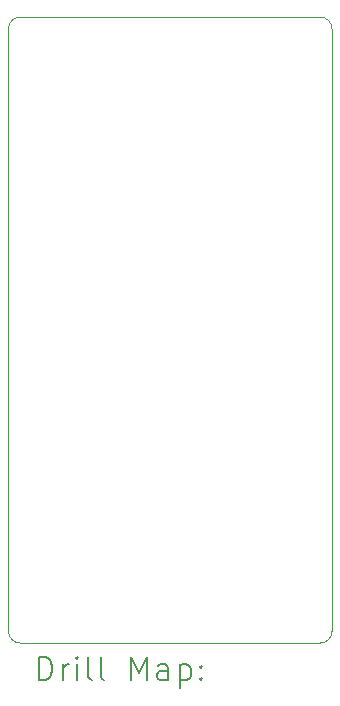
<source format=gbr>
%TF.GenerationSoftware,KiCad,Pcbnew,8.0.4*%
%TF.CreationDate,2025-08-17T23:08:20+02:00*%
%TF.ProjectId,stm32l432kcu6_eval,73746d33-326c-4343-9332-6b6375365f65,rev?*%
%TF.SameCoordinates,Original*%
%TF.FileFunction,Drillmap*%
%TF.FilePolarity,Positive*%
%FSLAX45Y45*%
G04 Gerber Fmt 4.5, Leading zero omitted, Abs format (unit mm)*
G04 Created by KiCad (PCBNEW 8.0.4) date 2025-08-17 23:08:20*
%MOMM*%
%LPD*%
G01*
G04 APERTURE LIST*
%ADD10C,0.050000*%
%ADD11C,0.200000*%
G04 APERTURE END LIST*
D10*
X13630000Y-7450000D02*
G75*
G02*
X13730000Y-7350000I100000J0D01*
G01*
X16370000Y-7450000D02*
X16370000Y-12550000D01*
X16270000Y-7350000D02*
G75*
G02*
X16370000Y-7450000I0J-100000D01*
G01*
X16370000Y-12550000D02*
G75*
G02*
X16270000Y-12650000I-100000J0D01*
G01*
X13730000Y-12650000D02*
G75*
G02*
X13630000Y-12550000I0J100000D01*
G01*
X16270000Y-12650000D02*
X13730000Y-12650000D01*
X13630000Y-12550000D02*
X13630000Y-7450000D01*
X13730000Y-7350000D02*
X16270000Y-7350000D01*
D11*
X13888277Y-12963984D02*
X13888277Y-12763984D01*
X13888277Y-12763984D02*
X13935896Y-12763984D01*
X13935896Y-12763984D02*
X13964467Y-12773508D01*
X13964467Y-12773508D02*
X13983515Y-12792555D01*
X13983515Y-12792555D02*
X13993039Y-12811603D01*
X13993039Y-12811603D02*
X14002562Y-12849698D01*
X14002562Y-12849698D02*
X14002562Y-12878269D01*
X14002562Y-12878269D02*
X13993039Y-12916365D01*
X13993039Y-12916365D02*
X13983515Y-12935412D01*
X13983515Y-12935412D02*
X13964467Y-12954460D01*
X13964467Y-12954460D02*
X13935896Y-12963984D01*
X13935896Y-12963984D02*
X13888277Y-12963984D01*
X14088277Y-12963984D02*
X14088277Y-12830650D01*
X14088277Y-12868746D02*
X14097801Y-12849698D01*
X14097801Y-12849698D02*
X14107324Y-12840174D01*
X14107324Y-12840174D02*
X14126372Y-12830650D01*
X14126372Y-12830650D02*
X14145420Y-12830650D01*
X14212086Y-12963984D02*
X14212086Y-12830650D01*
X14212086Y-12763984D02*
X14202562Y-12773508D01*
X14202562Y-12773508D02*
X14212086Y-12783031D01*
X14212086Y-12783031D02*
X14221610Y-12773508D01*
X14221610Y-12773508D02*
X14212086Y-12763984D01*
X14212086Y-12763984D02*
X14212086Y-12783031D01*
X14335896Y-12963984D02*
X14316848Y-12954460D01*
X14316848Y-12954460D02*
X14307324Y-12935412D01*
X14307324Y-12935412D02*
X14307324Y-12763984D01*
X14440658Y-12963984D02*
X14421610Y-12954460D01*
X14421610Y-12954460D02*
X14412086Y-12935412D01*
X14412086Y-12935412D02*
X14412086Y-12763984D01*
X14669229Y-12963984D02*
X14669229Y-12763984D01*
X14669229Y-12763984D02*
X14735896Y-12906841D01*
X14735896Y-12906841D02*
X14802562Y-12763984D01*
X14802562Y-12763984D02*
X14802562Y-12963984D01*
X14983515Y-12963984D02*
X14983515Y-12859222D01*
X14983515Y-12859222D02*
X14973991Y-12840174D01*
X14973991Y-12840174D02*
X14954943Y-12830650D01*
X14954943Y-12830650D02*
X14916848Y-12830650D01*
X14916848Y-12830650D02*
X14897801Y-12840174D01*
X14983515Y-12954460D02*
X14964467Y-12963984D01*
X14964467Y-12963984D02*
X14916848Y-12963984D01*
X14916848Y-12963984D02*
X14897801Y-12954460D01*
X14897801Y-12954460D02*
X14888277Y-12935412D01*
X14888277Y-12935412D02*
X14888277Y-12916365D01*
X14888277Y-12916365D02*
X14897801Y-12897317D01*
X14897801Y-12897317D02*
X14916848Y-12887793D01*
X14916848Y-12887793D02*
X14964467Y-12887793D01*
X14964467Y-12887793D02*
X14983515Y-12878269D01*
X15078753Y-12830650D02*
X15078753Y-13030650D01*
X15078753Y-12840174D02*
X15097801Y-12830650D01*
X15097801Y-12830650D02*
X15135896Y-12830650D01*
X15135896Y-12830650D02*
X15154943Y-12840174D01*
X15154943Y-12840174D02*
X15164467Y-12849698D01*
X15164467Y-12849698D02*
X15173991Y-12868746D01*
X15173991Y-12868746D02*
X15173991Y-12925888D01*
X15173991Y-12925888D02*
X15164467Y-12944936D01*
X15164467Y-12944936D02*
X15154943Y-12954460D01*
X15154943Y-12954460D02*
X15135896Y-12963984D01*
X15135896Y-12963984D02*
X15097801Y-12963984D01*
X15097801Y-12963984D02*
X15078753Y-12954460D01*
X15259705Y-12944936D02*
X15269229Y-12954460D01*
X15269229Y-12954460D02*
X15259705Y-12963984D01*
X15259705Y-12963984D02*
X15250182Y-12954460D01*
X15250182Y-12954460D02*
X15259705Y-12944936D01*
X15259705Y-12944936D02*
X15259705Y-12963984D01*
X15259705Y-12840174D02*
X15269229Y-12849698D01*
X15269229Y-12849698D02*
X15259705Y-12859222D01*
X15259705Y-12859222D02*
X15250182Y-12849698D01*
X15250182Y-12849698D02*
X15259705Y-12840174D01*
X15259705Y-12840174D02*
X15259705Y-12859222D01*
M02*

</source>
